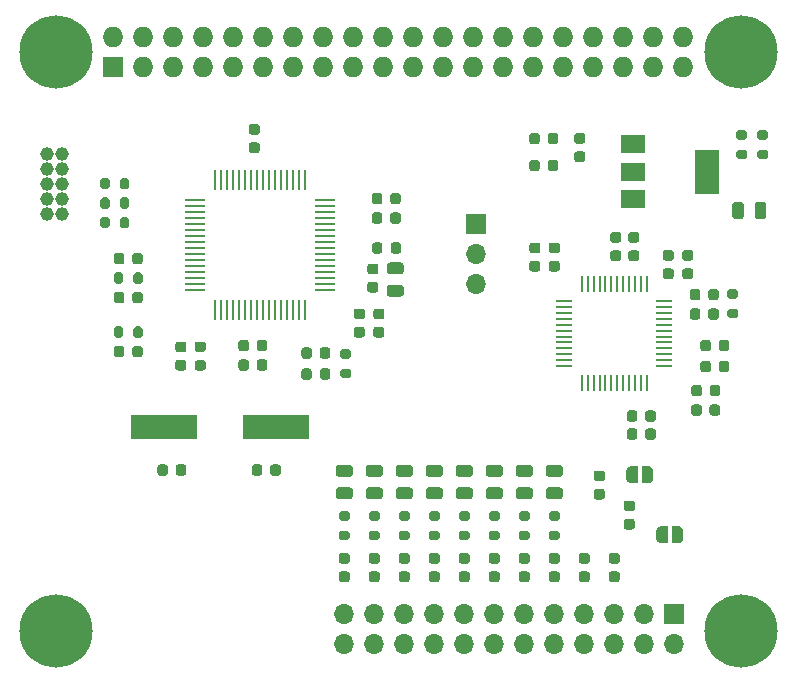
<source format=gts>
G04 #@! TF.GenerationSoftware,KiCad,Pcbnew,(5.1.10)-1*
G04 #@! TF.CreationDate,2021-12-12T11:33:08-08:00*
G04 #@! TF.ProjectId,TsunamiHat,5473756e-616d-4694-9861-742e6b696361,rev?*
G04 #@! TF.SameCoordinates,Original*
G04 #@! TF.FileFunction,Soldermask,Top*
G04 #@! TF.FilePolarity,Negative*
%FSLAX46Y46*%
G04 Gerber Fmt 4.6, Leading zero omitted, Abs format (unit mm)*
G04 Created by KiCad (PCBNEW (5.1.10)-1) date 2021-12-12 11:33:08*
%MOMM*%
%LPD*%
G01*
G04 APERTURE LIST*
%ADD10C,0.100000*%
%ADD11R,1.727200X1.727200*%
%ADD12O,1.727200X1.727200*%
%ADD13R,5.600000X2.100000*%
%ADD14O,1.700000X1.700000*%
%ADD15R,1.700000X1.700000*%
%ADD16C,1.168400*%
%ADD17R,2.000000X1.500000*%
%ADD18R,2.000000X3.800000*%
%ADD19R,1.461200X0.270000*%
%ADD20R,0.270000X1.461200*%
%ADD21R,0.279400X1.701800*%
%ADD22R,1.701800X0.279400*%
%ADD23C,6.200000*%
G04 APERTURE END LIST*
D10*
G36*
X126342000Y-102985000D02*
G01*
X125842000Y-102985000D01*
X125842000Y-102984398D01*
X125817466Y-102984398D01*
X125768635Y-102979588D01*
X125720510Y-102970016D01*
X125673555Y-102955772D01*
X125628222Y-102936995D01*
X125584949Y-102913864D01*
X125544150Y-102886604D01*
X125506221Y-102855476D01*
X125471524Y-102820779D01*
X125440396Y-102782850D01*
X125413136Y-102742051D01*
X125390005Y-102698778D01*
X125371228Y-102653445D01*
X125356984Y-102606490D01*
X125347412Y-102558365D01*
X125342602Y-102509534D01*
X125342602Y-102485000D01*
X125342000Y-102485000D01*
X125342000Y-101985000D01*
X125342602Y-101985000D01*
X125342602Y-101960466D01*
X125347412Y-101911635D01*
X125356984Y-101863510D01*
X125371228Y-101816555D01*
X125390005Y-101771222D01*
X125413136Y-101727949D01*
X125440396Y-101687150D01*
X125471524Y-101649221D01*
X125506221Y-101614524D01*
X125544150Y-101583396D01*
X125584949Y-101556136D01*
X125628222Y-101533005D01*
X125673555Y-101514228D01*
X125720510Y-101499984D01*
X125768635Y-101490412D01*
X125817466Y-101485602D01*
X125842000Y-101485602D01*
X125842000Y-101485000D01*
X126342000Y-101485000D01*
X126342000Y-102985000D01*
G37*
G36*
X127142000Y-101485602D02*
G01*
X127166534Y-101485602D01*
X127215365Y-101490412D01*
X127263490Y-101499984D01*
X127310445Y-101514228D01*
X127355778Y-101533005D01*
X127399051Y-101556136D01*
X127439850Y-101583396D01*
X127477779Y-101614524D01*
X127512476Y-101649221D01*
X127543604Y-101687150D01*
X127570864Y-101727949D01*
X127593995Y-101771222D01*
X127612772Y-101816555D01*
X127627016Y-101863510D01*
X127636588Y-101911635D01*
X127641398Y-101960466D01*
X127641398Y-101985000D01*
X127642000Y-101985000D01*
X127642000Y-102485000D01*
X127641398Y-102485000D01*
X127641398Y-102509534D01*
X127636588Y-102558365D01*
X127627016Y-102606490D01*
X127612772Y-102653445D01*
X127593995Y-102698778D01*
X127570864Y-102742051D01*
X127543604Y-102782850D01*
X127512476Y-102820779D01*
X127477779Y-102855476D01*
X127439850Y-102886604D01*
X127399051Y-102913864D01*
X127355778Y-102936995D01*
X127310445Y-102955772D01*
X127263490Y-102970016D01*
X127215365Y-102979588D01*
X127166534Y-102984398D01*
X127142000Y-102984398D01*
X127142000Y-102985000D01*
X126642000Y-102985000D01*
X126642000Y-101485000D01*
X127142000Y-101485000D01*
X127142000Y-101485602D01*
G37*
G36*
X128882000Y-108065000D02*
G01*
X128382000Y-108065000D01*
X128382000Y-108064398D01*
X128357466Y-108064398D01*
X128308635Y-108059588D01*
X128260510Y-108050016D01*
X128213555Y-108035772D01*
X128168222Y-108016995D01*
X128124949Y-107993864D01*
X128084150Y-107966604D01*
X128046221Y-107935476D01*
X128011524Y-107900779D01*
X127980396Y-107862850D01*
X127953136Y-107822051D01*
X127930005Y-107778778D01*
X127911228Y-107733445D01*
X127896984Y-107686490D01*
X127887412Y-107638365D01*
X127882602Y-107589534D01*
X127882602Y-107565000D01*
X127882000Y-107565000D01*
X127882000Y-107065000D01*
X127882602Y-107065000D01*
X127882602Y-107040466D01*
X127887412Y-106991635D01*
X127896984Y-106943510D01*
X127911228Y-106896555D01*
X127930005Y-106851222D01*
X127953136Y-106807949D01*
X127980396Y-106767150D01*
X128011524Y-106729221D01*
X128046221Y-106694524D01*
X128084150Y-106663396D01*
X128124949Y-106636136D01*
X128168222Y-106613005D01*
X128213555Y-106594228D01*
X128260510Y-106579984D01*
X128308635Y-106570412D01*
X128357466Y-106565602D01*
X128382000Y-106565602D01*
X128382000Y-106565000D01*
X128882000Y-106565000D01*
X128882000Y-108065000D01*
G37*
G36*
X129682000Y-106565602D02*
G01*
X129706534Y-106565602D01*
X129755365Y-106570412D01*
X129803490Y-106579984D01*
X129850445Y-106594228D01*
X129895778Y-106613005D01*
X129939051Y-106636136D01*
X129979850Y-106663396D01*
X130017779Y-106694524D01*
X130052476Y-106729221D01*
X130083604Y-106767150D01*
X130110864Y-106807949D01*
X130133995Y-106851222D01*
X130152772Y-106896555D01*
X130167016Y-106943510D01*
X130176588Y-106991635D01*
X130181398Y-107040466D01*
X130181398Y-107065000D01*
X130182000Y-107065000D01*
X130182000Y-107565000D01*
X130181398Y-107565000D01*
X130181398Y-107589534D01*
X130176588Y-107638365D01*
X130167016Y-107686490D01*
X130152772Y-107733445D01*
X130133995Y-107778778D01*
X130110864Y-107822051D01*
X130083604Y-107862850D01*
X130052476Y-107900779D01*
X130017779Y-107935476D01*
X129979850Y-107966604D01*
X129939051Y-107993864D01*
X129895778Y-108016995D01*
X129850445Y-108035772D01*
X129803490Y-108050016D01*
X129755365Y-108059588D01*
X129706534Y-108064398D01*
X129682000Y-108064398D01*
X129682000Y-108065000D01*
X129182000Y-108065000D01*
X129182000Y-106565000D01*
X129682000Y-106565000D01*
X129682000Y-106565602D01*
G37*
G36*
G01*
X123313000Y-102799000D02*
X122813000Y-102799000D01*
G75*
G02*
X122588000Y-102574000I0J225000D01*
G01*
X122588000Y-102124000D01*
G75*
G02*
X122813000Y-101899000I225000J0D01*
G01*
X123313000Y-101899000D01*
G75*
G02*
X123538000Y-102124000I0J-225000D01*
G01*
X123538000Y-102574000D01*
G75*
G02*
X123313000Y-102799000I-225000J0D01*
G01*
G37*
G36*
G01*
X123313000Y-104349000D02*
X122813000Y-104349000D01*
G75*
G02*
X122588000Y-104124000I0J225000D01*
G01*
X122588000Y-103674000D01*
G75*
G02*
X122813000Y-103449000I225000J0D01*
G01*
X123313000Y-103449000D01*
G75*
G02*
X123538000Y-103674000I0J-225000D01*
G01*
X123538000Y-104124000D01*
G75*
G02*
X123313000Y-104349000I-225000J0D01*
G01*
G37*
D11*
X81903000Y-67754000D03*
D12*
X81903000Y-65214000D03*
X84443000Y-67754000D03*
X84443000Y-65214000D03*
X86983000Y-67754000D03*
X86983000Y-65214000D03*
X89523000Y-67754000D03*
X89523000Y-65214000D03*
X92063000Y-67754000D03*
X92063000Y-65214000D03*
X94603000Y-67754000D03*
X94603000Y-65214000D03*
X97143000Y-67754000D03*
X97143000Y-65214000D03*
X99683000Y-67754000D03*
X99683000Y-65214000D03*
X102223000Y-67754000D03*
X102223000Y-65214000D03*
X104763000Y-67754000D03*
X104763000Y-65214000D03*
X107303000Y-67754000D03*
X107303000Y-65214000D03*
X109843000Y-67754000D03*
X109843000Y-65214000D03*
X112383000Y-67754000D03*
X112383000Y-65214000D03*
X114923000Y-67754000D03*
X114923000Y-65214000D03*
X117463000Y-67754000D03*
X117463000Y-65214000D03*
X120003000Y-67754000D03*
X120003000Y-65214000D03*
X122543000Y-67754000D03*
X122543000Y-65214000D03*
X125083000Y-67754000D03*
X125083000Y-65214000D03*
X127623000Y-67754000D03*
X127623000Y-65214000D03*
X130163000Y-67754000D03*
X130163000Y-65214000D03*
D13*
X86182000Y-98171000D03*
X95682000Y-98171000D03*
G36*
G01*
X89024750Y-92552000D02*
X89537250Y-92552000D01*
G75*
G02*
X89756000Y-92770750I0J-218750D01*
G01*
X89756000Y-93208250D01*
G75*
G02*
X89537250Y-93427000I-218750J0D01*
G01*
X89024750Y-93427000D01*
G75*
G02*
X88806000Y-93208250I0J218750D01*
G01*
X88806000Y-92770750D01*
G75*
G02*
X89024750Y-92552000I218750J0D01*
G01*
G37*
G36*
G01*
X89024750Y-90977000D02*
X89537250Y-90977000D01*
G75*
G02*
X89756000Y-91195750I0J-218750D01*
G01*
X89756000Y-91633250D01*
G75*
G02*
X89537250Y-91852000I-218750J0D01*
G01*
X89024750Y-91852000D01*
G75*
G02*
X88806000Y-91633250I0J218750D01*
G01*
X88806000Y-91195750D01*
G75*
G02*
X89024750Y-90977000I218750J0D01*
G01*
G37*
G36*
G01*
X87380000Y-92527000D02*
X87880000Y-92527000D01*
G75*
G02*
X88105000Y-92752000I0J-225000D01*
G01*
X88105000Y-93202000D01*
G75*
G02*
X87880000Y-93427000I-225000J0D01*
G01*
X87380000Y-93427000D01*
G75*
G02*
X87155000Y-93202000I0J225000D01*
G01*
X87155000Y-92752000D01*
G75*
G02*
X87380000Y-92527000I225000J0D01*
G01*
G37*
G36*
G01*
X87380000Y-90977000D02*
X87880000Y-90977000D01*
G75*
G02*
X88105000Y-91202000I0J-225000D01*
G01*
X88105000Y-91652000D01*
G75*
G02*
X87880000Y-91877000I-225000J0D01*
G01*
X87380000Y-91877000D01*
G75*
G02*
X87155000Y-91652000I0J225000D01*
G01*
X87155000Y-91202000D01*
G75*
G02*
X87380000Y-90977000I225000J0D01*
G01*
G37*
D14*
X112649000Y-86106000D03*
X112649000Y-83566000D03*
D15*
X112649000Y-81026000D03*
G36*
G01*
X101748000Y-106128000D02*
X101198000Y-106128000D01*
G75*
G02*
X100998000Y-105928000I0J200000D01*
G01*
X100998000Y-105528000D01*
G75*
G02*
X101198000Y-105328000I200000J0D01*
G01*
X101748000Y-105328000D01*
G75*
G02*
X101948000Y-105528000I0J-200000D01*
G01*
X101948000Y-105928000D01*
G75*
G02*
X101748000Y-106128000I-200000J0D01*
G01*
G37*
G36*
G01*
X101748000Y-107778000D02*
X101198000Y-107778000D01*
G75*
G02*
X100998000Y-107578000I0J200000D01*
G01*
X100998000Y-107178000D01*
G75*
G02*
X101198000Y-106978000I200000J0D01*
G01*
X101748000Y-106978000D01*
G75*
G02*
X101948000Y-107178000I0J-200000D01*
G01*
X101948000Y-107578000D01*
G75*
G02*
X101748000Y-107778000I-200000J0D01*
G01*
G37*
G36*
G01*
X106828000Y-106128000D02*
X106278000Y-106128000D01*
G75*
G02*
X106078000Y-105928000I0J200000D01*
G01*
X106078000Y-105528000D01*
G75*
G02*
X106278000Y-105328000I200000J0D01*
G01*
X106828000Y-105328000D01*
G75*
G02*
X107028000Y-105528000I0J-200000D01*
G01*
X107028000Y-105928000D01*
G75*
G02*
X106828000Y-106128000I-200000J0D01*
G01*
G37*
G36*
G01*
X106828000Y-107778000D02*
X106278000Y-107778000D01*
G75*
G02*
X106078000Y-107578000I0J200000D01*
G01*
X106078000Y-107178000D01*
G75*
G02*
X106278000Y-106978000I200000J0D01*
G01*
X106828000Y-106978000D01*
G75*
G02*
X107028000Y-107178000I0J-200000D01*
G01*
X107028000Y-107578000D01*
G75*
G02*
X106828000Y-107778000I-200000J0D01*
G01*
G37*
G36*
G01*
X119528000Y-106128000D02*
X118978000Y-106128000D01*
G75*
G02*
X118778000Y-105928000I0J200000D01*
G01*
X118778000Y-105528000D01*
G75*
G02*
X118978000Y-105328000I200000J0D01*
G01*
X119528000Y-105328000D01*
G75*
G02*
X119728000Y-105528000I0J-200000D01*
G01*
X119728000Y-105928000D01*
G75*
G02*
X119528000Y-106128000I-200000J0D01*
G01*
G37*
G36*
G01*
X119528000Y-107778000D02*
X118978000Y-107778000D01*
G75*
G02*
X118778000Y-107578000I0J200000D01*
G01*
X118778000Y-107178000D01*
G75*
G02*
X118978000Y-106978000I200000J0D01*
G01*
X119528000Y-106978000D01*
G75*
G02*
X119728000Y-107178000I0J-200000D01*
G01*
X119728000Y-107578000D01*
G75*
G02*
X119528000Y-107778000I-200000J0D01*
G01*
G37*
G36*
G01*
X114448000Y-106128000D02*
X113898000Y-106128000D01*
G75*
G02*
X113698000Y-105928000I0J200000D01*
G01*
X113698000Y-105528000D01*
G75*
G02*
X113898000Y-105328000I200000J0D01*
G01*
X114448000Y-105328000D01*
G75*
G02*
X114648000Y-105528000I0J-200000D01*
G01*
X114648000Y-105928000D01*
G75*
G02*
X114448000Y-106128000I-200000J0D01*
G01*
G37*
G36*
G01*
X114448000Y-107778000D02*
X113898000Y-107778000D01*
G75*
G02*
X113698000Y-107578000I0J200000D01*
G01*
X113698000Y-107178000D01*
G75*
G02*
X113898000Y-106978000I200000J0D01*
G01*
X114448000Y-106978000D01*
G75*
G02*
X114648000Y-107178000I0J-200000D01*
G01*
X114648000Y-107578000D01*
G75*
G02*
X114448000Y-107778000I-200000J0D01*
G01*
G37*
G36*
G01*
X104288000Y-106128000D02*
X103738000Y-106128000D01*
G75*
G02*
X103538000Y-105928000I0J200000D01*
G01*
X103538000Y-105528000D01*
G75*
G02*
X103738000Y-105328000I200000J0D01*
G01*
X104288000Y-105328000D01*
G75*
G02*
X104488000Y-105528000I0J-200000D01*
G01*
X104488000Y-105928000D01*
G75*
G02*
X104288000Y-106128000I-200000J0D01*
G01*
G37*
G36*
G01*
X104288000Y-107778000D02*
X103738000Y-107778000D01*
G75*
G02*
X103538000Y-107578000I0J200000D01*
G01*
X103538000Y-107178000D01*
G75*
G02*
X103738000Y-106978000I200000J0D01*
G01*
X104288000Y-106978000D01*
G75*
G02*
X104488000Y-107178000I0J-200000D01*
G01*
X104488000Y-107578000D01*
G75*
G02*
X104288000Y-107778000I-200000J0D01*
G01*
G37*
G36*
G01*
X109368000Y-106128000D02*
X108818000Y-106128000D01*
G75*
G02*
X108618000Y-105928000I0J200000D01*
G01*
X108618000Y-105528000D01*
G75*
G02*
X108818000Y-105328000I200000J0D01*
G01*
X109368000Y-105328000D01*
G75*
G02*
X109568000Y-105528000I0J-200000D01*
G01*
X109568000Y-105928000D01*
G75*
G02*
X109368000Y-106128000I-200000J0D01*
G01*
G37*
G36*
G01*
X109368000Y-107778000D02*
X108818000Y-107778000D01*
G75*
G02*
X108618000Y-107578000I0J200000D01*
G01*
X108618000Y-107178000D01*
G75*
G02*
X108818000Y-106978000I200000J0D01*
G01*
X109368000Y-106978000D01*
G75*
G02*
X109568000Y-107178000I0J-200000D01*
G01*
X109568000Y-107578000D01*
G75*
G02*
X109368000Y-107778000I-200000J0D01*
G01*
G37*
G36*
G01*
X116988000Y-106128000D02*
X116438000Y-106128000D01*
G75*
G02*
X116238000Y-105928000I0J200000D01*
G01*
X116238000Y-105528000D01*
G75*
G02*
X116438000Y-105328000I200000J0D01*
G01*
X116988000Y-105328000D01*
G75*
G02*
X117188000Y-105528000I0J-200000D01*
G01*
X117188000Y-105928000D01*
G75*
G02*
X116988000Y-106128000I-200000J0D01*
G01*
G37*
G36*
G01*
X116988000Y-107778000D02*
X116438000Y-107778000D01*
G75*
G02*
X116238000Y-107578000I0J200000D01*
G01*
X116238000Y-107178000D01*
G75*
G02*
X116438000Y-106978000I200000J0D01*
G01*
X116988000Y-106978000D01*
G75*
G02*
X117188000Y-107178000I0J-200000D01*
G01*
X117188000Y-107578000D01*
G75*
G02*
X116988000Y-107778000I-200000J0D01*
G01*
G37*
G36*
G01*
X111908000Y-106128000D02*
X111358000Y-106128000D01*
G75*
G02*
X111158000Y-105928000I0J200000D01*
G01*
X111158000Y-105528000D01*
G75*
G02*
X111358000Y-105328000I200000J0D01*
G01*
X111908000Y-105328000D01*
G75*
G02*
X112108000Y-105528000I0J-200000D01*
G01*
X112108000Y-105928000D01*
G75*
G02*
X111908000Y-106128000I-200000J0D01*
G01*
G37*
G36*
G01*
X111908000Y-107778000D02*
X111358000Y-107778000D01*
G75*
G02*
X111158000Y-107578000I0J200000D01*
G01*
X111158000Y-107178000D01*
G75*
G02*
X111358000Y-106978000I200000J0D01*
G01*
X111908000Y-106978000D01*
G75*
G02*
X112108000Y-107178000I0J-200000D01*
G01*
X112108000Y-107578000D01*
G75*
G02*
X111908000Y-107778000I-200000J0D01*
G01*
G37*
G36*
G01*
X134091000Y-88182000D02*
X134641000Y-88182000D01*
G75*
G02*
X134841000Y-88382000I0J-200000D01*
G01*
X134841000Y-88782000D01*
G75*
G02*
X134641000Y-88982000I-200000J0D01*
G01*
X134091000Y-88982000D01*
G75*
G02*
X133891000Y-88782000I0J200000D01*
G01*
X133891000Y-88382000D01*
G75*
G02*
X134091000Y-88182000I200000J0D01*
G01*
G37*
G36*
G01*
X134091000Y-86532000D02*
X134641000Y-86532000D01*
G75*
G02*
X134841000Y-86732000I0J-200000D01*
G01*
X134841000Y-87132000D01*
G75*
G02*
X134641000Y-87332000I-200000J0D01*
G01*
X134091000Y-87332000D01*
G75*
G02*
X133891000Y-87132000I0J200000D01*
G01*
X133891000Y-86732000D01*
G75*
G02*
X134091000Y-86532000I200000J0D01*
G01*
G37*
D14*
X101473000Y-116586000D03*
X101473000Y-114046000D03*
X104013000Y-116586000D03*
X104013000Y-114046000D03*
X106553000Y-116586000D03*
X106553000Y-114046000D03*
X109093000Y-116586000D03*
X109093000Y-114046000D03*
X111633000Y-116586000D03*
X111633000Y-114046000D03*
X114173000Y-116586000D03*
X114173000Y-114046000D03*
X116713000Y-116586000D03*
X116713000Y-114046000D03*
X119253000Y-116586000D03*
X119253000Y-114046000D03*
X121793000Y-116586000D03*
X121793000Y-114046000D03*
X124333000Y-116586000D03*
X124333000Y-114046000D03*
X126873000Y-116586000D03*
X126873000Y-114046000D03*
X129413000Y-116586000D03*
D15*
X129413000Y-114046000D03*
G36*
G01*
X118014000Y-75816750D02*
X118014000Y-76329250D01*
G75*
G02*
X117795250Y-76548000I-218750J0D01*
G01*
X117357750Y-76548000D01*
G75*
G02*
X117139000Y-76329250I0J218750D01*
G01*
X117139000Y-75816750D01*
G75*
G02*
X117357750Y-75598000I218750J0D01*
G01*
X117795250Y-75598000D01*
G75*
G02*
X118014000Y-75816750I0J-218750D01*
G01*
G37*
G36*
G01*
X119589000Y-75816750D02*
X119589000Y-76329250D01*
G75*
G02*
X119370250Y-76548000I-218750J0D01*
G01*
X118932750Y-76548000D01*
G75*
G02*
X118714000Y-76329250I0J218750D01*
G01*
X118714000Y-75816750D01*
G75*
G02*
X118932750Y-75598000I218750J0D01*
G01*
X119370250Y-75598000D01*
G75*
G02*
X119589000Y-75816750I0J-218750D01*
G01*
G37*
G36*
G01*
X125853000Y-105339000D02*
X125353000Y-105339000D01*
G75*
G02*
X125128000Y-105114000I0J225000D01*
G01*
X125128000Y-104664000D01*
G75*
G02*
X125353000Y-104439000I225000J0D01*
G01*
X125853000Y-104439000D01*
G75*
G02*
X126078000Y-104664000I0J-225000D01*
G01*
X126078000Y-105114000D01*
G75*
G02*
X125853000Y-105339000I-225000J0D01*
G01*
G37*
G36*
G01*
X125853000Y-106889000D02*
X125353000Y-106889000D01*
G75*
G02*
X125128000Y-106664000I0J225000D01*
G01*
X125128000Y-106214000D01*
G75*
G02*
X125353000Y-105989000I225000J0D01*
G01*
X125853000Y-105989000D01*
G75*
G02*
X126078000Y-106214000I0J-225000D01*
G01*
X126078000Y-106664000D01*
G75*
G02*
X125853000Y-106889000I-225000J0D01*
G01*
G37*
G36*
G01*
X122043000Y-109784000D02*
X121543000Y-109784000D01*
G75*
G02*
X121318000Y-109559000I0J225000D01*
G01*
X121318000Y-109109000D01*
G75*
G02*
X121543000Y-108884000I225000J0D01*
G01*
X122043000Y-108884000D01*
G75*
G02*
X122268000Y-109109000I0J-225000D01*
G01*
X122268000Y-109559000D01*
G75*
G02*
X122043000Y-109784000I-225000J0D01*
G01*
G37*
G36*
G01*
X122043000Y-111334000D02*
X121543000Y-111334000D01*
G75*
G02*
X121318000Y-111109000I0J225000D01*
G01*
X121318000Y-110659000D01*
G75*
G02*
X121543000Y-110434000I225000J0D01*
G01*
X122043000Y-110434000D01*
G75*
G02*
X122268000Y-110659000I0J-225000D01*
G01*
X122268000Y-111109000D01*
G75*
G02*
X122043000Y-111334000I-225000J0D01*
G01*
G37*
G36*
G01*
X124583000Y-109784000D02*
X124083000Y-109784000D01*
G75*
G02*
X123858000Y-109559000I0J225000D01*
G01*
X123858000Y-109109000D01*
G75*
G02*
X124083000Y-108884000I225000J0D01*
G01*
X124583000Y-108884000D01*
G75*
G02*
X124808000Y-109109000I0J-225000D01*
G01*
X124808000Y-109559000D01*
G75*
G02*
X124583000Y-109784000I-225000J0D01*
G01*
G37*
G36*
G01*
X124583000Y-111334000D02*
X124083000Y-111334000D01*
G75*
G02*
X123858000Y-111109000I0J225000D01*
G01*
X123858000Y-110659000D01*
G75*
G02*
X124083000Y-110434000I225000J0D01*
G01*
X124583000Y-110434000D01*
G75*
G02*
X124808000Y-110659000I0J-225000D01*
G01*
X124808000Y-111109000D01*
G75*
G02*
X124583000Y-111334000I-225000J0D01*
G01*
G37*
G36*
G01*
X101723000Y-109784000D02*
X101223000Y-109784000D01*
G75*
G02*
X100998000Y-109559000I0J225000D01*
G01*
X100998000Y-109109000D01*
G75*
G02*
X101223000Y-108884000I225000J0D01*
G01*
X101723000Y-108884000D01*
G75*
G02*
X101948000Y-109109000I0J-225000D01*
G01*
X101948000Y-109559000D01*
G75*
G02*
X101723000Y-109784000I-225000J0D01*
G01*
G37*
G36*
G01*
X101723000Y-111334000D02*
X101223000Y-111334000D01*
G75*
G02*
X100998000Y-111109000I0J225000D01*
G01*
X100998000Y-110659000D01*
G75*
G02*
X101223000Y-110434000I225000J0D01*
G01*
X101723000Y-110434000D01*
G75*
G02*
X101948000Y-110659000I0J-225000D01*
G01*
X101948000Y-111109000D01*
G75*
G02*
X101723000Y-111334000I-225000J0D01*
G01*
G37*
G36*
G01*
X104263000Y-109784000D02*
X103763000Y-109784000D01*
G75*
G02*
X103538000Y-109559000I0J225000D01*
G01*
X103538000Y-109109000D01*
G75*
G02*
X103763000Y-108884000I225000J0D01*
G01*
X104263000Y-108884000D01*
G75*
G02*
X104488000Y-109109000I0J-225000D01*
G01*
X104488000Y-109559000D01*
G75*
G02*
X104263000Y-109784000I-225000J0D01*
G01*
G37*
G36*
G01*
X104263000Y-111334000D02*
X103763000Y-111334000D01*
G75*
G02*
X103538000Y-111109000I0J225000D01*
G01*
X103538000Y-110659000D01*
G75*
G02*
X103763000Y-110434000I225000J0D01*
G01*
X104263000Y-110434000D01*
G75*
G02*
X104488000Y-110659000I0J-225000D01*
G01*
X104488000Y-111109000D01*
G75*
G02*
X104263000Y-111334000I-225000J0D01*
G01*
G37*
G36*
G01*
X106803000Y-109784000D02*
X106303000Y-109784000D01*
G75*
G02*
X106078000Y-109559000I0J225000D01*
G01*
X106078000Y-109109000D01*
G75*
G02*
X106303000Y-108884000I225000J0D01*
G01*
X106803000Y-108884000D01*
G75*
G02*
X107028000Y-109109000I0J-225000D01*
G01*
X107028000Y-109559000D01*
G75*
G02*
X106803000Y-109784000I-225000J0D01*
G01*
G37*
G36*
G01*
X106803000Y-111334000D02*
X106303000Y-111334000D01*
G75*
G02*
X106078000Y-111109000I0J225000D01*
G01*
X106078000Y-110659000D01*
G75*
G02*
X106303000Y-110434000I225000J0D01*
G01*
X106803000Y-110434000D01*
G75*
G02*
X107028000Y-110659000I0J-225000D01*
G01*
X107028000Y-111109000D01*
G75*
G02*
X106803000Y-111334000I-225000J0D01*
G01*
G37*
G36*
G01*
X109343000Y-109784000D02*
X108843000Y-109784000D01*
G75*
G02*
X108618000Y-109559000I0J225000D01*
G01*
X108618000Y-109109000D01*
G75*
G02*
X108843000Y-108884000I225000J0D01*
G01*
X109343000Y-108884000D01*
G75*
G02*
X109568000Y-109109000I0J-225000D01*
G01*
X109568000Y-109559000D01*
G75*
G02*
X109343000Y-109784000I-225000J0D01*
G01*
G37*
G36*
G01*
X109343000Y-111334000D02*
X108843000Y-111334000D01*
G75*
G02*
X108618000Y-111109000I0J225000D01*
G01*
X108618000Y-110659000D01*
G75*
G02*
X108843000Y-110434000I225000J0D01*
G01*
X109343000Y-110434000D01*
G75*
G02*
X109568000Y-110659000I0J-225000D01*
G01*
X109568000Y-111109000D01*
G75*
G02*
X109343000Y-111334000I-225000J0D01*
G01*
G37*
G36*
G01*
X124710000Y-82606000D02*
X124210000Y-82606000D01*
G75*
G02*
X123985000Y-82381000I0J225000D01*
G01*
X123985000Y-81931000D01*
G75*
G02*
X124210000Y-81706000I225000J0D01*
G01*
X124710000Y-81706000D01*
G75*
G02*
X124935000Y-81931000I0J-225000D01*
G01*
X124935000Y-82381000D01*
G75*
G02*
X124710000Y-82606000I-225000J0D01*
G01*
G37*
G36*
G01*
X124710000Y-84156000D02*
X124210000Y-84156000D01*
G75*
G02*
X123985000Y-83931000I0J225000D01*
G01*
X123985000Y-83481000D01*
G75*
G02*
X124210000Y-83256000I225000J0D01*
G01*
X124710000Y-83256000D01*
G75*
G02*
X124935000Y-83481000I0J-225000D01*
G01*
X124935000Y-83931000D01*
G75*
G02*
X124710000Y-84156000I-225000J0D01*
G01*
G37*
G36*
G01*
X129155000Y-84130000D02*
X128655000Y-84130000D01*
G75*
G02*
X128430000Y-83905000I0J225000D01*
G01*
X128430000Y-83455000D01*
G75*
G02*
X128655000Y-83230000I225000J0D01*
G01*
X129155000Y-83230000D01*
G75*
G02*
X129380000Y-83455000I0J-225000D01*
G01*
X129380000Y-83905000D01*
G75*
G02*
X129155000Y-84130000I-225000J0D01*
G01*
G37*
G36*
G01*
X129155000Y-85680000D02*
X128655000Y-85680000D01*
G75*
G02*
X128430000Y-85455000I0J225000D01*
G01*
X128430000Y-85005000D01*
G75*
G02*
X128655000Y-84780000I225000J0D01*
G01*
X129155000Y-84780000D01*
G75*
G02*
X129380000Y-85005000I0J-225000D01*
G01*
X129380000Y-85455000D01*
G75*
G02*
X129155000Y-85680000I-225000J0D01*
G01*
G37*
G36*
G01*
X119503000Y-109784000D02*
X119003000Y-109784000D01*
G75*
G02*
X118778000Y-109559000I0J225000D01*
G01*
X118778000Y-109109000D01*
G75*
G02*
X119003000Y-108884000I225000J0D01*
G01*
X119503000Y-108884000D01*
G75*
G02*
X119728000Y-109109000I0J-225000D01*
G01*
X119728000Y-109559000D01*
G75*
G02*
X119503000Y-109784000I-225000J0D01*
G01*
G37*
G36*
G01*
X119503000Y-111334000D02*
X119003000Y-111334000D01*
G75*
G02*
X118778000Y-111109000I0J225000D01*
G01*
X118778000Y-110659000D01*
G75*
G02*
X119003000Y-110434000I225000J0D01*
G01*
X119503000Y-110434000D01*
G75*
G02*
X119728000Y-110659000I0J-225000D01*
G01*
X119728000Y-111109000D01*
G75*
G02*
X119503000Y-111334000I-225000J0D01*
G01*
G37*
G36*
G01*
X116963000Y-109784000D02*
X116463000Y-109784000D01*
G75*
G02*
X116238000Y-109559000I0J225000D01*
G01*
X116238000Y-109109000D01*
G75*
G02*
X116463000Y-108884000I225000J0D01*
G01*
X116963000Y-108884000D01*
G75*
G02*
X117188000Y-109109000I0J-225000D01*
G01*
X117188000Y-109559000D01*
G75*
G02*
X116963000Y-109784000I-225000J0D01*
G01*
G37*
G36*
G01*
X116963000Y-111334000D02*
X116463000Y-111334000D01*
G75*
G02*
X116238000Y-111109000I0J225000D01*
G01*
X116238000Y-110659000D01*
G75*
G02*
X116463000Y-110434000I225000J0D01*
G01*
X116963000Y-110434000D01*
G75*
G02*
X117188000Y-110659000I0J-225000D01*
G01*
X117188000Y-111109000D01*
G75*
G02*
X116963000Y-111334000I-225000J0D01*
G01*
G37*
G36*
G01*
X126234000Y-82606000D02*
X125734000Y-82606000D01*
G75*
G02*
X125509000Y-82381000I0J225000D01*
G01*
X125509000Y-81931000D01*
G75*
G02*
X125734000Y-81706000I225000J0D01*
G01*
X126234000Y-81706000D01*
G75*
G02*
X126459000Y-81931000I0J-225000D01*
G01*
X126459000Y-82381000D01*
G75*
G02*
X126234000Y-82606000I-225000J0D01*
G01*
G37*
G36*
G01*
X126234000Y-84156000D02*
X125734000Y-84156000D01*
G75*
G02*
X125509000Y-83931000I0J225000D01*
G01*
X125509000Y-83481000D01*
G75*
G02*
X125734000Y-83256000I225000J0D01*
G01*
X126234000Y-83256000D01*
G75*
G02*
X126459000Y-83481000I0J-225000D01*
G01*
X126459000Y-83931000D01*
G75*
G02*
X126234000Y-84156000I-225000J0D01*
G01*
G37*
G36*
G01*
X130806000Y-84130000D02*
X130306000Y-84130000D01*
G75*
G02*
X130081000Y-83905000I0J225000D01*
G01*
X130081000Y-83455000D01*
G75*
G02*
X130306000Y-83230000I225000J0D01*
G01*
X130806000Y-83230000D01*
G75*
G02*
X131031000Y-83455000I0J-225000D01*
G01*
X131031000Y-83905000D01*
G75*
G02*
X130806000Y-84130000I-225000J0D01*
G01*
G37*
G36*
G01*
X130806000Y-85680000D02*
X130306000Y-85680000D01*
G75*
G02*
X130081000Y-85455000I0J225000D01*
G01*
X130081000Y-85005000D01*
G75*
G02*
X130306000Y-84780000I225000J0D01*
G01*
X130806000Y-84780000D01*
G75*
G02*
X131031000Y-85005000I0J-225000D01*
G01*
X131031000Y-85455000D01*
G75*
G02*
X130806000Y-85680000I-225000J0D01*
G01*
G37*
G36*
G01*
X114423000Y-109784000D02*
X113923000Y-109784000D01*
G75*
G02*
X113698000Y-109559000I0J225000D01*
G01*
X113698000Y-109109000D01*
G75*
G02*
X113923000Y-108884000I225000J0D01*
G01*
X114423000Y-108884000D01*
G75*
G02*
X114648000Y-109109000I0J-225000D01*
G01*
X114648000Y-109559000D01*
G75*
G02*
X114423000Y-109784000I-225000J0D01*
G01*
G37*
G36*
G01*
X114423000Y-111334000D02*
X113923000Y-111334000D01*
G75*
G02*
X113698000Y-111109000I0J225000D01*
G01*
X113698000Y-110659000D01*
G75*
G02*
X113923000Y-110434000I225000J0D01*
G01*
X114423000Y-110434000D01*
G75*
G02*
X114648000Y-110659000I0J-225000D01*
G01*
X114648000Y-111109000D01*
G75*
G02*
X114423000Y-111334000I-225000J0D01*
G01*
G37*
G36*
G01*
X133167000Y-91563000D02*
X133167000Y-91063000D01*
G75*
G02*
X133392000Y-90838000I225000J0D01*
G01*
X133842000Y-90838000D01*
G75*
G02*
X134067000Y-91063000I0J-225000D01*
G01*
X134067000Y-91563000D01*
G75*
G02*
X133842000Y-91788000I-225000J0D01*
G01*
X133392000Y-91788000D01*
G75*
G02*
X133167000Y-91563000I0J225000D01*
G01*
G37*
G36*
G01*
X131617000Y-91563000D02*
X131617000Y-91063000D01*
G75*
G02*
X131842000Y-90838000I225000J0D01*
G01*
X132292000Y-90838000D01*
G75*
G02*
X132517000Y-91063000I0J-225000D01*
G01*
X132517000Y-91563000D01*
G75*
G02*
X132292000Y-91788000I-225000J0D01*
G01*
X131842000Y-91788000D01*
G75*
G02*
X131617000Y-91563000I0J225000D01*
G01*
G37*
G36*
G01*
X111883000Y-109784000D02*
X111383000Y-109784000D01*
G75*
G02*
X111158000Y-109559000I0J225000D01*
G01*
X111158000Y-109109000D01*
G75*
G02*
X111383000Y-108884000I225000J0D01*
G01*
X111883000Y-108884000D01*
G75*
G02*
X112108000Y-109109000I0J-225000D01*
G01*
X112108000Y-109559000D01*
G75*
G02*
X111883000Y-109784000I-225000J0D01*
G01*
G37*
G36*
G01*
X111883000Y-111334000D02*
X111383000Y-111334000D01*
G75*
G02*
X111158000Y-111109000I0J225000D01*
G01*
X111158000Y-110659000D01*
G75*
G02*
X111383000Y-110434000I225000J0D01*
G01*
X111883000Y-110434000D01*
G75*
G02*
X112108000Y-110659000I0J-225000D01*
G01*
X112108000Y-111109000D01*
G75*
G02*
X111883000Y-111334000I-225000J0D01*
G01*
G37*
G36*
G01*
X133167000Y-93341000D02*
X133167000Y-92841000D01*
G75*
G02*
X133392000Y-92616000I225000J0D01*
G01*
X133842000Y-92616000D01*
G75*
G02*
X134067000Y-92841000I0J-225000D01*
G01*
X134067000Y-93341000D01*
G75*
G02*
X133842000Y-93566000I-225000J0D01*
G01*
X133392000Y-93566000D01*
G75*
G02*
X133167000Y-93341000I0J225000D01*
G01*
G37*
G36*
G01*
X131617000Y-93341000D02*
X131617000Y-92841000D01*
G75*
G02*
X131842000Y-92616000I225000J0D01*
G01*
X132292000Y-92616000D01*
G75*
G02*
X132517000Y-92841000I0J-225000D01*
G01*
X132517000Y-93341000D01*
G75*
G02*
X132292000Y-93566000I-225000J0D01*
G01*
X131842000Y-93566000D01*
G75*
G02*
X131617000Y-93341000I0J225000D01*
G01*
G37*
G36*
G01*
X101948000Y-102420000D02*
X100998000Y-102420000D01*
G75*
G02*
X100748000Y-102170000I0J250000D01*
G01*
X100748000Y-101670000D01*
G75*
G02*
X100998000Y-101420000I250000J0D01*
G01*
X101948000Y-101420000D01*
G75*
G02*
X102198000Y-101670000I0J-250000D01*
G01*
X102198000Y-102170000D01*
G75*
G02*
X101948000Y-102420000I-250000J0D01*
G01*
G37*
G36*
G01*
X101948000Y-104320000D02*
X100998000Y-104320000D01*
G75*
G02*
X100748000Y-104070000I0J250000D01*
G01*
X100748000Y-103570000D01*
G75*
G02*
X100998000Y-103320000I250000J0D01*
G01*
X101948000Y-103320000D01*
G75*
G02*
X102198000Y-103570000I0J-250000D01*
G01*
X102198000Y-104070000D01*
G75*
G02*
X101948000Y-104320000I-250000J0D01*
G01*
G37*
G36*
G01*
X107028000Y-102420000D02*
X106078000Y-102420000D01*
G75*
G02*
X105828000Y-102170000I0J250000D01*
G01*
X105828000Y-101670000D01*
G75*
G02*
X106078000Y-101420000I250000J0D01*
G01*
X107028000Y-101420000D01*
G75*
G02*
X107278000Y-101670000I0J-250000D01*
G01*
X107278000Y-102170000D01*
G75*
G02*
X107028000Y-102420000I-250000J0D01*
G01*
G37*
G36*
G01*
X107028000Y-104320000D02*
X106078000Y-104320000D01*
G75*
G02*
X105828000Y-104070000I0J250000D01*
G01*
X105828000Y-103570000D01*
G75*
G02*
X106078000Y-103320000I250000J0D01*
G01*
X107028000Y-103320000D01*
G75*
G02*
X107278000Y-103570000I0J-250000D01*
G01*
X107278000Y-104070000D01*
G75*
G02*
X107028000Y-104320000I-250000J0D01*
G01*
G37*
G36*
G01*
X119728000Y-102420000D02*
X118778000Y-102420000D01*
G75*
G02*
X118528000Y-102170000I0J250000D01*
G01*
X118528000Y-101670000D01*
G75*
G02*
X118778000Y-101420000I250000J0D01*
G01*
X119728000Y-101420000D01*
G75*
G02*
X119978000Y-101670000I0J-250000D01*
G01*
X119978000Y-102170000D01*
G75*
G02*
X119728000Y-102420000I-250000J0D01*
G01*
G37*
G36*
G01*
X119728000Y-104320000D02*
X118778000Y-104320000D01*
G75*
G02*
X118528000Y-104070000I0J250000D01*
G01*
X118528000Y-103570000D01*
G75*
G02*
X118778000Y-103320000I250000J0D01*
G01*
X119728000Y-103320000D01*
G75*
G02*
X119978000Y-103570000I0J-250000D01*
G01*
X119978000Y-104070000D01*
G75*
G02*
X119728000Y-104320000I-250000J0D01*
G01*
G37*
G36*
G01*
X114648000Y-102420000D02*
X113698000Y-102420000D01*
G75*
G02*
X113448000Y-102170000I0J250000D01*
G01*
X113448000Y-101670000D01*
G75*
G02*
X113698000Y-101420000I250000J0D01*
G01*
X114648000Y-101420000D01*
G75*
G02*
X114898000Y-101670000I0J-250000D01*
G01*
X114898000Y-102170000D01*
G75*
G02*
X114648000Y-102420000I-250000J0D01*
G01*
G37*
G36*
G01*
X114648000Y-104320000D02*
X113698000Y-104320000D01*
G75*
G02*
X113448000Y-104070000I0J250000D01*
G01*
X113448000Y-103570000D01*
G75*
G02*
X113698000Y-103320000I250000J0D01*
G01*
X114648000Y-103320000D01*
G75*
G02*
X114898000Y-103570000I0J-250000D01*
G01*
X114898000Y-104070000D01*
G75*
G02*
X114648000Y-104320000I-250000J0D01*
G01*
G37*
G36*
G01*
X126944000Y-99056000D02*
X126944000Y-98556000D01*
G75*
G02*
X127169000Y-98331000I225000J0D01*
G01*
X127619000Y-98331000D01*
G75*
G02*
X127844000Y-98556000I0J-225000D01*
G01*
X127844000Y-99056000D01*
G75*
G02*
X127619000Y-99281000I-225000J0D01*
G01*
X127169000Y-99281000D01*
G75*
G02*
X126944000Y-99056000I0J225000D01*
G01*
G37*
G36*
G01*
X125394000Y-99056000D02*
X125394000Y-98556000D01*
G75*
G02*
X125619000Y-98331000I225000J0D01*
G01*
X126069000Y-98331000D01*
G75*
G02*
X126294000Y-98556000I0J-225000D01*
G01*
X126294000Y-99056000D01*
G75*
G02*
X126069000Y-99281000I-225000J0D01*
G01*
X125619000Y-99281000D01*
G75*
G02*
X125394000Y-99056000I0J225000D01*
G01*
G37*
G36*
G01*
X104488000Y-102420000D02*
X103538000Y-102420000D01*
G75*
G02*
X103288000Y-102170000I0J250000D01*
G01*
X103288000Y-101670000D01*
G75*
G02*
X103538000Y-101420000I250000J0D01*
G01*
X104488000Y-101420000D01*
G75*
G02*
X104738000Y-101670000I0J-250000D01*
G01*
X104738000Y-102170000D01*
G75*
G02*
X104488000Y-102420000I-250000J0D01*
G01*
G37*
G36*
G01*
X104488000Y-104320000D02*
X103538000Y-104320000D01*
G75*
G02*
X103288000Y-104070000I0J250000D01*
G01*
X103288000Y-103570000D01*
G75*
G02*
X103538000Y-103320000I250000J0D01*
G01*
X104488000Y-103320000D01*
G75*
G02*
X104738000Y-103570000I0J-250000D01*
G01*
X104738000Y-104070000D01*
G75*
G02*
X104488000Y-104320000I-250000J0D01*
G01*
G37*
G36*
G01*
X109568000Y-102420000D02*
X108618000Y-102420000D01*
G75*
G02*
X108368000Y-102170000I0J250000D01*
G01*
X108368000Y-101670000D01*
G75*
G02*
X108618000Y-101420000I250000J0D01*
G01*
X109568000Y-101420000D01*
G75*
G02*
X109818000Y-101670000I0J-250000D01*
G01*
X109818000Y-102170000D01*
G75*
G02*
X109568000Y-102420000I-250000J0D01*
G01*
G37*
G36*
G01*
X109568000Y-104320000D02*
X108618000Y-104320000D01*
G75*
G02*
X108368000Y-104070000I0J250000D01*
G01*
X108368000Y-103570000D01*
G75*
G02*
X108618000Y-103320000I250000J0D01*
G01*
X109568000Y-103320000D01*
G75*
G02*
X109818000Y-103570000I0J-250000D01*
G01*
X109818000Y-104070000D01*
G75*
G02*
X109568000Y-104320000I-250000J0D01*
G01*
G37*
G36*
G01*
X117188000Y-102420000D02*
X116238000Y-102420000D01*
G75*
G02*
X115988000Y-102170000I0J250000D01*
G01*
X115988000Y-101670000D01*
G75*
G02*
X116238000Y-101420000I250000J0D01*
G01*
X117188000Y-101420000D01*
G75*
G02*
X117438000Y-101670000I0J-250000D01*
G01*
X117438000Y-102170000D01*
G75*
G02*
X117188000Y-102420000I-250000J0D01*
G01*
G37*
G36*
G01*
X117188000Y-104320000D02*
X116238000Y-104320000D01*
G75*
G02*
X115988000Y-104070000I0J250000D01*
G01*
X115988000Y-103570000D01*
G75*
G02*
X116238000Y-103320000I250000J0D01*
G01*
X117188000Y-103320000D01*
G75*
G02*
X117438000Y-103570000I0J-250000D01*
G01*
X117438000Y-104070000D01*
G75*
G02*
X117188000Y-104320000I-250000J0D01*
G01*
G37*
G36*
G01*
X112108000Y-102420000D02*
X111158000Y-102420000D01*
G75*
G02*
X110908000Y-102170000I0J250000D01*
G01*
X110908000Y-101670000D01*
G75*
G02*
X111158000Y-101420000I250000J0D01*
G01*
X112108000Y-101420000D01*
G75*
G02*
X112358000Y-101670000I0J-250000D01*
G01*
X112358000Y-102170000D01*
G75*
G02*
X112108000Y-102420000I-250000J0D01*
G01*
G37*
G36*
G01*
X112108000Y-104320000D02*
X111158000Y-104320000D01*
G75*
G02*
X110908000Y-104070000I0J250000D01*
G01*
X110908000Y-103570000D01*
G75*
G02*
X111158000Y-103320000I250000J0D01*
G01*
X112108000Y-103320000D01*
G75*
G02*
X112358000Y-103570000I0J-250000D01*
G01*
X112358000Y-104070000D01*
G75*
G02*
X112108000Y-104320000I-250000J0D01*
G01*
G37*
G36*
G01*
X126944000Y-97532000D02*
X126944000Y-97032000D01*
G75*
G02*
X127169000Y-96807000I225000J0D01*
G01*
X127619000Y-96807000D01*
G75*
G02*
X127844000Y-97032000I0J-225000D01*
G01*
X127844000Y-97532000D01*
G75*
G02*
X127619000Y-97757000I-225000J0D01*
G01*
X127169000Y-97757000D01*
G75*
G02*
X126944000Y-97532000I0J225000D01*
G01*
G37*
G36*
G01*
X125394000Y-97532000D02*
X125394000Y-97032000D01*
G75*
G02*
X125619000Y-96807000I225000J0D01*
G01*
X126069000Y-96807000D01*
G75*
G02*
X126294000Y-97032000I0J-225000D01*
G01*
X126294000Y-97532000D01*
G75*
G02*
X126069000Y-97757000I-225000J0D01*
G01*
X125619000Y-97757000D01*
G75*
G02*
X125394000Y-97532000I0J225000D01*
G01*
G37*
G36*
G01*
X132278000Y-87245000D02*
X132278000Y-86745000D01*
G75*
G02*
X132503000Y-86520000I225000J0D01*
G01*
X132953000Y-86520000D01*
G75*
G02*
X133178000Y-86745000I0J-225000D01*
G01*
X133178000Y-87245000D01*
G75*
G02*
X132953000Y-87470000I-225000J0D01*
G01*
X132503000Y-87470000D01*
G75*
G02*
X132278000Y-87245000I0J225000D01*
G01*
G37*
G36*
G01*
X130728000Y-87245000D02*
X130728000Y-86745000D01*
G75*
G02*
X130953000Y-86520000I225000J0D01*
G01*
X131403000Y-86520000D01*
G75*
G02*
X131628000Y-86745000I0J-225000D01*
G01*
X131628000Y-87245000D01*
G75*
G02*
X131403000Y-87470000I-225000J0D01*
G01*
X130953000Y-87470000D01*
G75*
G02*
X130728000Y-87245000I0J225000D01*
G01*
G37*
G36*
G01*
X132405000Y-95373000D02*
X132405000Y-94873000D01*
G75*
G02*
X132630000Y-94648000I225000J0D01*
G01*
X133080000Y-94648000D01*
G75*
G02*
X133305000Y-94873000I0J-225000D01*
G01*
X133305000Y-95373000D01*
G75*
G02*
X133080000Y-95598000I-225000J0D01*
G01*
X132630000Y-95598000D01*
G75*
G02*
X132405000Y-95373000I0J225000D01*
G01*
G37*
G36*
G01*
X130855000Y-95373000D02*
X130855000Y-94873000D01*
G75*
G02*
X131080000Y-94648000I225000J0D01*
G01*
X131530000Y-94648000D01*
G75*
G02*
X131755000Y-94873000I0J-225000D01*
G01*
X131755000Y-95373000D01*
G75*
G02*
X131530000Y-95598000I-225000J0D01*
G01*
X131080000Y-95598000D01*
G75*
G02*
X130855000Y-95373000I0J225000D01*
G01*
G37*
G36*
G01*
X132278000Y-88896000D02*
X132278000Y-88396000D01*
G75*
G02*
X132503000Y-88171000I225000J0D01*
G01*
X132953000Y-88171000D01*
G75*
G02*
X133178000Y-88396000I0J-225000D01*
G01*
X133178000Y-88896000D01*
G75*
G02*
X132953000Y-89121000I-225000J0D01*
G01*
X132503000Y-89121000D01*
G75*
G02*
X132278000Y-88896000I0J225000D01*
G01*
G37*
G36*
G01*
X130728000Y-88896000D02*
X130728000Y-88396000D01*
G75*
G02*
X130953000Y-88171000I225000J0D01*
G01*
X131403000Y-88171000D01*
G75*
G02*
X131628000Y-88396000I0J-225000D01*
G01*
X131628000Y-88896000D01*
G75*
G02*
X131403000Y-89121000I-225000J0D01*
G01*
X130953000Y-89121000D01*
G75*
G02*
X130728000Y-88896000I0J225000D01*
G01*
G37*
G36*
G01*
X131742000Y-96524000D02*
X131742000Y-97024000D01*
G75*
G02*
X131517000Y-97249000I-225000J0D01*
G01*
X131067000Y-97249000D01*
G75*
G02*
X130842000Y-97024000I0J225000D01*
G01*
X130842000Y-96524000D01*
G75*
G02*
X131067000Y-96299000I225000J0D01*
G01*
X131517000Y-96299000D01*
G75*
G02*
X131742000Y-96524000I0J-225000D01*
G01*
G37*
G36*
G01*
X133292000Y-96524000D02*
X133292000Y-97024000D01*
G75*
G02*
X133067000Y-97249000I-225000J0D01*
G01*
X132617000Y-97249000D01*
G75*
G02*
X132392000Y-97024000I0J225000D01*
G01*
X132392000Y-96524000D01*
G75*
G02*
X132617000Y-96299000I225000J0D01*
G01*
X133067000Y-96299000D01*
G75*
G02*
X133292000Y-96524000I0J-225000D01*
G01*
G37*
G36*
G01*
X117852000Y-83495000D02*
X117352000Y-83495000D01*
G75*
G02*
X117127000Y-83270000I0J225000D01*
G01*
X117127000Y-82820000D01*
G75*
G02*
X117352000Y-82595000I225000J0D01*
G01*
X117852000Y-82595000D01*
G75*
G02*
X118077000Y-82820000I0J-225000D01*
G01*
X118077000Y-83270000D01*
G75*
G02*
X117852000Y-83495000I-225000J0D01*
G01*
G37*
G36*
G01*
X117852000Y-85045000D02*
X117352000Y-85045000D01*
G75*
G02*
X117127000Y-84820000I0J225000D01*
G01*
X117127000Y-84370000D01*
G75*
G02*
X117352000Y-84145000I225000J0D01*
G01*
X117852000Y-84145000D01*
G75*
G02*
X118077000Y-84370000I0J-225000D01*
G01*
X118077000Y-84820000D01*
G75*
G02*
X117852000Y-85045000I-225000J0D01*
G01*
G37*
G36*
G01*
X119503000Y-83495000D02*
X119003000Y-83495000D01*
G75*
G02*
X118778000Y-83270000I0J225000D01*
G01*
X118778000Y-82820000D01*
G75*
G02*
X119003000Y-82595000I225000J0D01*
G01*
X119503000Y-82595000D01*
G75*
G02*
X119728000Y-82820000I0J-225000D01*
G01*
X119728000Y-83270000D01*
G75*
G02*
X119503000Y-83495000I-225000J0D01*
G01*
G37*
G36*
G01*
X119503000Y-85045000D02*
X119003000Y-85045000D01*
G75*
G02*
X118778000Y-84820000I0J225000D01*
G01*
X118778000Y-84370000D01*
G75*
G02*
X119003000Y-84145000I225000J0D01*
G01*
X119503000Y-84145000D01*
G75*
G02*
X119728000Y-84370000I0J-225000D01*
G01*
X119728000Y-84820000D01*
G75*
G02*
X119503000Y-85045000I-225000J0D01*
G01*
G37*
G36*
G01*
X93401000Y-92714000D02*
X93401000Y-93214000D01*
G75*
G02*
X93176000Y-93439000I-225000J0D01*
G01*
X92726000Y-93439000D01*
G75*
G02*
X92501000Y-93214000I0J225000D01*
G01*
X92501000Y-92714000D01*
G75*
G02*
X92726000Y-92489000I225000J0D01*
G01*
X93176000Y-92489000D01*
G75*
G02*
X93401000Y-92714000I0J-225000D01*
G01*
G37*
G36*
G01*
X94951000Y-92714000D02*
X94951000Y-93214000D01*
G75*
G02*
X94726000Y-93439000I-225000J0D01*
G01*
X94276000Y-93439000D01*
G75*
G02*
X94051000Y-93214000I0J225000D01*
G01*
X94051000Y-92714000D01*
G75*
G02*
X94276000Y-92489000I225000J0D01*
G01*
X94726000Y-92489000D01*
G75*
G02*
X94951000Y-92714000I0J-225000D01*
G01*
G37*
G36*
G01*
X105354000Y-79117000D02*
X105354000Y-78617000D01*
G75*
G02*
X105579000Y-78392000I225000J0D01*
G01*
X106029000Y-78392000D01*
G75*
G02*
X106254000Y-78617000I0J-225000D01*
G01*
X106254000Y-79117000D01*
G75*
G02*
X106029000Y-79342000I-225000J0D01*
G01*
X105579000Y-79342000D01*
G75*
G02*
X105354000Y-79117000I0J225000D01*
G01*
G37*
G36*
G01*
X103804000Y-79117000D02*
X103804000Y-78617000D01*
G75*
G02*
X104029000Y-78392000I225000J0D01*
G01*
X104479000Y-78392000D01*
G75*
G02*
X104704000Y-78617000I0J-225000D01*
G01*
X104704000Y-79117000D01*
G75*
G02*
X104479000Y-79342000I-225000J0D01*
G01*
X104029000Y-79342000D01*
G75*
G02*
X103804000Y-79117000I0J225000D01*
G01*
G37*
G36*
G01*
X105354000Y-80768000D02*
X105354000Y-80268000D01*
G75*
G02*
X105579000Y-80043000I225000J0D01*
G01*
X106029000Y-80043000D01*
G75*
G02*
X106254000Y-80268000I0J-225000D01*
G01*
X106254000Y-80768000D01*
G75*
G02*
X106029000Y-80993000I-225000J0D01*
G01*
X105579000Y-80993000D01*
G75*
G02*
X105354000Y-80768000I0J225000D01*
G01*
G37*
G36*
G01*
X103804000Y-80768000D02*
X103804000Y-80268000D01*
G75*
G02*
X104029000Y-80043000I225000J0D01*
G01*
X104479000Y-80043000D01*
G75*
G02*
X104704000Y-80268000I0J-225000D01*
G01*
X104704000Y-80768000D01*
G75*
G02*
X104479000Y-80993000I-225000J0D01*
G01*
X104029000Y-80993000D01*
G75*
G02*
X103804000Y-80768000I0J225000D01*
G01*
G37*
G36*
G01*
X82467000Y-81174000D02*
X82467000Y-80624000D01*
G75*
G02*
X82667000Y-80424000I200000J0D01*
G01*
X83067000Y-80424000D01*
G75*
G02*
X83267000Y-80624000I0J-200000D01*
G01*
X83267000Y-81174000D01*
G75*
G02*
X83067000Y-81374000I-200000J0D01*
G01*
X82667000Y-81374000D01*
G75*
G02*
X82467000Y-81174000I0J200000D01*
G01*
G37*
G36*
G01*
X80817000Y-81174000D02*
X80817000Y-80624000D01*
G75*
G02*
X81017000Y-80424000I200000J0D01*
G01*
X81417000Y-80424000D01*
G75*
G02*
X81617000Y-80624000I0J-200000D01*
G01*
X81617000Y-81174000D01*
G75*
G02*
X81417000Y-81374000I-200000J0D01*
G01*
X81017000Y-81374000D01*
G75*
G02*
X80817000Y-81174000I0J200000D01*
G01*
G37*
G36*
G01*
X82467000Y-79523000D02*
X82467000Y-78973000D01*
G75*
G02*
X82667000Y-78773000I200000J0D01*
G01*
X83067000Y-78773000D01*
G75*
G02*
X83267000Y-78973000I0J-200000D01*
G01*
X83267000Y-79523000D01*
G75*
G02*
X83067000Y-79723000I-200000J0D01*
G01*
X82667000Y-79723000D01*
G75*
G02*
X82467000Y-79523000I0J200000D01*
G01*
G37*
G36*
G01*
X80817000Y-79523000D02*
X80817000Y-78973000D01*
G75*
G02*
X81017000Y-78773000I200000J0D01*
G01*
X81417000Y-78773000D01*
G75*
G02*
X81617000Y-78973000I0J-200000D01*
G01*
X81617000Y-79523000D01*
G75*
G02*
X81417000Y-79723000I-200000J0D01*
G01*
X81017000Y-79723000D01*
G75*
G02*
X80817000Y-79523000I0J200000D01*
G01*
G37*
G36*
G01*
X82467000Y-77872000D02*
X82467000Y-77322000D01*
G75*
G02*
X82667000Y-77122000I200000J0D01*
G01*
X83067000Y-77122000D01*
G75*
G02*
X83267000Y-77322000I0J-200000D01*
G01*
X83267000Y-77872000D01*
G75*
G02*
X83067000Y-78072000I-200000J0D01*
G01*
X82667000Y-78072000D01*
G75*
G02*
X82467000Y-77872000I0J200000D01*
G01*
G37*
G36*
G01*
X80817000Y-77872000D02*
X80817000Y-77322000D01*
G75*
G02*
X81017000Y-77122000I200000J0D01*
G01*
X81417000Y-77122000D01*
G75*
G02*
X81617000Y-77322000I0J-200000D01*
G01*
X81617000Y-77872000D01*
G75*
G02*
X81417000Y-78072000I-200000J0D01*
G01*
X81017000Y-78072000D01*
G75*
G02*
X80817000Y-77872000I0J200000D01*
G01*
G37*
G36*
G01*
X83610000Y-90445000D02*
X83610000Y-89895000D01*
G75*
G02*
X83810000Y-89695000I200000J0D01*
G01*
X84210000Y-89695000D01*
G75*
G02*
X84410000Y-89895000I0J-200000D01*
G01*
X84410000Y-90445000D01*
G75*
G02*
X84210000Y-90645000I-200000J0D01*
G01*
X83810000Y-90645000D01*
G75*
G02*
X83610000Y-90445000I0J200000D01*
G01*
G37*
G36*
G01*
X81960000Y-90445000D02*
X81960000Y-89895000D01*
G75*
G02*
X82160000Y-89695000I200000J0D01*
G01*
X82560000Y-89695000D01*
G75*
G02*
X82760000Y-89895000I0J-200000D01*
G01*
X82760000Y-90445000D01*
G75*
G02*
X82560000Y-90645000I-200000J0D01*
G01*
X82160000Y-90645000D01*
G75*
G02*
X81960000Y-90445000I0J200000D01*
G01*
G37*
G36*
G01*
X83610000Y-85873000D02*
X83610000Y-85323000D01*
G75*
G02*
X83810000Y-85123000I200000J0D01*
G01*
X84210000Y-85123000D01*
G75*
G02*
X84410000Y-85323000I0J-200000D01*
G01*
X84410000Y-85873000D01*
G75*
G02*
X84210000Y-86073000I-200000J0D01*
G01*
X83810000Y-86073000D01*
G75*
G02*
X83610000Y-85873000I0J200000D01*
G01*
G37*
G36*
G01*
X81960000Y-85873000D02*
X81960000Y-85323000D01*
G75*
G02*
X82160000Y-85123000I200000J0D01*
G01*
X82560000Y-85123000D01*
G75*
G02*
X82760000Y-85323000I0J-200000D01*
G01*
X82760000Y-85873000D01*
G75*
G02*
X82560000Y-86073000I-200000J0D01*
G01*
X82160000Y-86073000D01*
G75*
G02*
X81960000Y-85873000I0J200000D01*
G01*
G37*
D16*
X77597000Y-80137000D03*
X76327000Y-80137000D03*
X77597000Y-78867000D03*
X76327000Y-78867000D03*
X77597000Y-77597000D03*
X76327000Y-77597000D03*
X77597000Y-76327000D03*
X76327000Y-76327000D03*
X77597000Y-75057000D03*
X76327000Y-75057000D03*
G36*
G01*
X105404500Y-83314250D02*
X105404500Y-82801750D01*
G75*
G02*
X105623250Y-82583000I218750J0D01*
G01*
X106060750Y-82583000D01*
G75*
G02*
X106279500Y-82801750I0J-218750D01*
G01*
X106279500Y-83314250D01*
G75*
G02*
X106060750Y-83533000I-218750J0D01*
G01*
X105623250Y-83533000D01*
G75*
G02*
X105404500Y-83314250I0J218750D01*
G01*
G37*
G36*
G01*
X103829500Y-83314250D02*
X103829500Y-82801750D01*
G75*
G02*
X104048250Y-82583000I218750J0D01*
G01*
X104485750Y-82583000D01*
G75*
G02*
X104704500Y-82801750I0J-218750D01*
G01*
X104704500Y-83314250D01*
G75*
G02*
X104485750Y-83533000I-218750J0D01*
G01*
X104048250Y-83533000D01*
G75*
G02*
X103829500Y-83314250I0J218750D01*
G01*
G37*
G36*
G01*
X82835000Y-91564750D02*
X82835000Y-92077250D01*
G75*
G02*
X82616250Y-92296000I-218750J0D01*
G01*
X82178750Y-92296000D01*
G75*
G02*
X81960000Y-92077250I0J218750D01*
G01*
X81960000Y-91564750D01*
G75*
G02*
X82178750Y-91346000I218750J0D01*
G01*
X82616250Y-91346000D01*
G75*
G02*
X82835000Y-91564750I0J-218750D01*
G01*
G37*
G36*
G01*
X84410000Y-91564750D02*
X84410000Y-92077250D01*
G75*
G02*
X84191250Y-92296000I-218750J0D01*
G01*
X83753750Y-92296000D01*
G75*
G02*
X83535000Y-92077250I0J218750D01*
G01*
X83535000Y-91564750D01*
G75*
G02*
X83753750Y-91346000I218750J0D01*
G01*
X84191250Y-91346000D01*
G75*
G02*
X84410000Y-91564750I0J-218750D01*
G01*
G37*
G36*
G01*
X83510000Y-87499000D02*
X83510000Y-86999000D01*
G75*
G02*
X83735000Y-86774000I225000J0D01*
G01*
X84185000Y-86774000D01*
G75*
G02*
X84410000Y-86999000I0J-225000D01*
G01*
X84410000Y-87499000D01*
G75*
G02*
X84185000Y-87724000I-225000J0D01*
G01*
X83735000Y-87724000D01*
G75*
G02*
X83510000Y-87499000I0J225000D01*
G01*
G37*
G36*
G01*
X81960000Y-87499000D02*
X81960000Y-86999000D01*
G75*
G02*
X82185000Y-86774000I225000J0D01*
G01*
X82635000Y-86774000D01*
G75*
G02*
X82860000Y-86999000I0J-225000D01*
G01*
X82860000Y-87499000D01*
G75*
G02*
X82635000Y-87724000I-225000J0D01*
G01*
X82185000Y-87724000D01*
G75*
G02*
X81960000Y-87499000I0J225000D01*
G01*
G37*
G36*
G01*
X104136000Y-85273000D02*
X103636000Y-85273000D01*
G75*
G02*
X103411000Y-85048000I0J225000D01*
G01*
X103411000Y-84598000D01*
G75*
G02*
X103636000Y-84373000I225000J0D01*
G01*
X104136000Y-84373000D01*
G75*
G02*
X104361000Y-84598000I0J-225000D01*
G01*
X104361000Y-85048000D01*
G75*
G02*
X104136000Y-85273000I-225000J0D01*
G01*
G37*
G36*
G01*
X104136000Y-86823000D02*
X103636000Y-86823000D01*
G75*
G02*
X103411000Y-86598000I0J225000D01*
G01*
X103411000Y-86148000D01*
G75*
G02*
X103636000Y-85923000I225000J0D01*
G01*
X104136000Y-85923000D01*
G75*
G02*
X104361000Y-86148000I0J-225000D01*
G01*
X104361000Y-86598000D01*
G75*
G02*
X104136000Y-86823000I-225000J0D01*
G01*
G37*
G36*
G01*
X106266000Y-85275000D02*
X105316000Y-85275000D01*
G75*
G02*
X105066000Y-85025000I0J250000D01*
G01*
X105066000Y-84525000D01*
G75*
G02*
X105316000Y-84275000I250000J0D01*
G01*
X106266000Y-84275000D01*
G75*
G02*
X106516000Y-84525000I0J-250000D01*
G01*
X106516000Y-85025000D01*
G75*
G02*
X106266000Y-85275000I-250000J0D01*
G01*
G37*
G36*
G01*
X106266000Y-87175000D02*
X105316000Y-87175000D01*
G75*
G02*
X105066000Y-86925000I0J250000D01*
G01*
X105066000Y-86425000D01*
G75*
G02*
X105316000Y-86175000I250000J0D01*
G01*
X106266000Y-86175000D01*
G75*
G02*
X106516000Y-86425000I0J-250000D01*
G01*
X106516000Y-86925000D01*
G75*
G02*
X106266000Y-87175000I-250000J0D01*
G01*
G37*
G36*
G01*
X102993000Y-89083000D02*
X102493000Y-89083000D01*
G75*
G02*
X102268000Y-88858000I0J225000D01*
G01*
X102268000Y-88408000D01*
G75*
G02*
X102493000Y-88183000I225000J0D01*
G01*
X102993000Y-88183000D01*
G75*
G02*
X103218000Y-88408000I0J-225000D01*
G01*
X103218000Y-88858000D01*
G75*
G02*
X102993000Y-89083000I-225000J0D01*
G01*
G37*
G36*
G01*
X102993000Y-90633000D02*
X102493000Y-90633000D01*
G75*
G02*
X102268000Y-90408000I0J225000D01*
G01*
X102268000Y-89958000D01*
G75*
G02*
X102493000Y-89733000I225000J0D01*
G01*
X102993000Y-89733000D01*
G75*
G02*
X103218000Y-89958000I0J-225000D01*
G01*
X103218000Y-90408000D01*
G75*
G02*
X102993000Y-90633000I-225000J0D01*
G01*
G37*
G36*
G01*
X104644000Y-89083000D02*
X104144000Y-89083000D01*
G75*
G02*
X103919000Y-88858000I0J225000D01*
G01*
X103919000Y-88408000D01*
G75*
G02*
X104144000Y-88183000I225000J0D01*
G01*
X104644000Y-88183000D01*
G75*
G02*
X104869000Y-88408000I0J-225000D01*
G01*
X104869000Y-88858000D01*
G75*
G02*
X104644000Y-89083000I-225000J0D01*
G01*
G37*
G36*
G01*
X104644000Y-90633000D02*
X104144000Y-90633000D01*
G75*
G02*
X103919000Y-90408000I0J225000D01*
G01*
X103919000Y-89958000D01*
G75*
G02*
X104144000Y-89733000I225000J0D01*
G01*
X104644000Y-89733000D01*
G75*
G02*
X104869000Y-89958000I0J-225000D01*
G01*
X104869000Y-90408000D01*
G75*
G02*
X104644000Y-90633000I-225000J0D01*
G01*
G37*
D17*
X125882000Y-74281000D03*
X125882000Y-78881000D03*
X125882000Y-76581000D03*
D18*
X132182000Y-76581000D03*
G36*
G01*
X134853000Y-74720000D02*
X135403000Y-74720000D01*
G75*
G02*
X135603000Y-74920000I0J-200000D01*
G01*
X135603000Y-75320000D01*
G75*
G02*
X135403000Y-75520000I-200000J0D01*
G01*
X134853000Y-75520000D01*
G75*
G02*
X134653000Y-75320000I0J200000D01*
G01*
X134653000Y-74920000D01*
G75*
G02*
X134853000Y-74720000I200000J0D01*
G01*
G37*
G36*
G01*
X134853000Y-73070000D02*
X135403000Y-73070000D01*
G75*
G02*
X135603000Y-73270000I0J-200000D01*
G01*
X135603000Y-73670000D01*
G75*
G02*
X135403000Y-73870000I-200000J0D01*
G01*
X134853000Y-73870000D01*
G75*
G02*
X134653000Y-73670000I0J200000D01*
G01*
X134653000Y-73270000D01*
G75*
G02*
X134853000Y-73070000I200000J0D01*
G01*
G37*
G36*
G01*
X136631000Y-74720000D02*
X137181000Y-74720000D01*
G75*
G02*
X137381000Y-74920000I0J-200000D01*
G01*
X137381000Y-75320000D01*
G75*
G02*
X137181000Y-75520000I-200000J0D01*
G01*
X136631000Y-75520000D01*
G75*
G02*
X136431000Y-75320000I0J200000D01*
G01*
X136431000Y-74920000D01*
G75*
G02*
X136631000Y-74720000I200000J0D01*
G01*
G37*
G36*
G01*
X136631000Y-73070000D02*
X137181000Y-73070000D01*
G75*
G02*
X137381000Y-73270000I0J-200000D01*
G01*
X137381000Y-73670000D01*
G75*
G02*
X137181000Y-73870000I-200000J0D01*
G01*
X136631000Y-73870000D01*
G75*
G02*
X136431000Y-73670000I0J200000D01*
G01*
X136431000Y-73270000D01*
G75*
G02*
X136631000Y-73070000I200000J0D01*
G01*
G37*
G36*
G01*
X101325000Y-93262000D02*
X101875000Y-93262000D01*
G75*
G02*
X102075000Y-93462000I0J-200000D01*
G01*
X102075000Y-93862000D01*
G75*
G02*
X101875000Y-94062000I-200000J0D01*
G01*
X101325000Y-94062000D01*
G75*
G02*
X101125000Y-93862000I0J200000D01*
G01*
X101125000Y-93462000D01*
G75*
G02*
X101325000Y-93262000I200000J0D01*
G01*
G37*
G36*
G01*
X101325000Y-91612000D02*
X101875000Y-91612000D01*
G75*
G02*
X102075000Y-91812000I0J-200000D01*
G01*
X102075000Y-92212000D01*
G75*
G02*
X101875000Y-92412000I-200000J0D01*
G01*
X101325000Y-92412000D01*
G75*
G02*
X101125000Y-92212000I0J200000D01*
G01*
X101125000Y-91812000D01*
G75*
G02*
X101325000Y-91612000I200000J0D01*
G01*
G37*
G36*
G01*
X99410000Y-93982250D02*
X99410000Y-93469750D01*
G75*
G02*
X99628750Y-93251000I218750J0D01*
G01*
X100066250Y-93251000D01*
G75*
G02*
X100285000Y-93469750I0J-218750D01*
G01*
X100285000Y-93982250D01*
G75*
G02*
X100066250Y-94201000I-218750J0D01*
G01*
X99628750Y-94201000D01*
G75*
G02*
X99410000Y-93982250I0J218750D01*
G01*
G37*
G36*
G01*
X97835000Y-93982250D02*
X97835000Y-93469750D01*
G75*
G02*
X98053750Y-93251000I218750J0D01*
G01*
X98491250Y-93251000D01*
G75*
G02*
X98710000Y-93469750I0J-218750D01*
G01*
X98710000Y-93982250D01*
G75*
G02*
X98491250Y-94201000I-218750J0D01*
G01*
X98053750Y-94201000D01*
G75*
G02*
X97835000Y-93982250I0J218750D01*
G01*
G37*
G36*
G01*
X118014000Y-73530750D02*
X118014000Y-74043250D01*
G75*
G02*
X117795250Y-74262000I-218750J0D01*
G01*
X117357750Y-74262000D01*
G75*
G02*
X117139000Y-74043250I0J218750D01*
G01*
X117139000Y-73530750D01*
G75*
G02*
X117357750Y-73312000I218750J0D01*
G01*
X117795250Y-73312000D01*
G75*
G02*
X118014000Y-73530750I0J-218750D01*
G01*
G37*
G36*
G01*
X119589000Y-73530750D02*
X119589000Y-74043250D01*
G75*
G02*
X119370250Y-74262000I-218750J0D01*
G01*
X118932750Y-74262000D01*
G75*
G02*
X118714000Y-74043250I0J218750D01*
G01*
X118714000Y-73530750D01*
G75*
G02*
X118932750Y-73312000I218750J0D01*
G01*
X119370250Y-73312000D01*
G75*
G02*
X119589000Y-73530750I0J-218750D01*
G01*
G37*
G36*
G01*
X136213000Y-80358000D02*
X136213000Y-79408000D01*
G75*
G02*
X136463000Y-79158000I250000J0D01*
G01*
X136963000Y-79158000D01*
G75*
G02*
X137213000Y-79408000I0J-250000D01*
G01*
X137213000Y-80358000D01*
G75*
G02*
X136963000Y-80608000I-250000J0D01*
G01*
X136463000Y-80608000D01*
G75*
G02*
X136213000Y-80358000I0J250000D01*
G01*
G37*
G36*
G01*
X134313000Y-80358000D02*
X134313000Y-79408000D01*
G75*
G02*
X134563000Y-79158000I250000J0D01*
G01*
X135063000Y-79158000D01*
G75*
G02*
X135313000Y-79408000I0J-250000D01*
G01*
X135313000Y-80358000D01*
G75*
G02*
X135063000Y-80608000I-250000J0D01*
G01*
X134563000Y-80608000D01*
G75*
G02*
X134313000Y-80358000I0J250000D01*
G01*
G37*
G36*
G01*
X121162000Y-74874000D02*
X121662000Y-74874000D01*
G75*
G02*
X121887000Y-75099000I0J-225000D01*
G01*
X121887000Y-75549000D01*
G75*
G02*
X121662000Y-75774000I-225000J0D01*
G01*
X121162000Y-75774000D01*
G75*
G02*
X120937000Y-75549000I0J225000D01*
G01*
X120937000Y-75099000D01*
G75*
G02*
X121162000Y-74874000I225000J0D01*
G01*
G37*
G36*
G01*
X121162000Y-73324000D02*
X121662000Y-73324000D01*
G75*
G02*
X121887000Y-73549000I0J-225000D01*
G01*
X121887000Y-73999000D01*
G75*
G02*
X121662000Y-74224000I-225000J0D01*
G01*
X121162000Y-74224000D01*
G75*
G02*
X120937000Y-73999000I0J225000D01*
G01*
X120937000Y-73549000D01*
G75*
G02*
X121162000Y-73324000I225000J0D01*
G01*
G37*
G36*
G01*
X99385000Y-92198000D02*
X99385000Y-91698000D01*
G75*
G02*
X99610000Y-91473000I225000J0D01*
G01*
X100060000Y-91473000D01*
G75*
G02*
X100285000Y-91698000I0J-225000D01*
G01*
X100285000Y-92198000D01*
G75*
G02*
X100060000Y-92423000I-225000J0D01*
G01*
X99610000Y-92423000D01*
G75*
G02*
X99385000Y-92198000I0J225000D01*
G01*
G37*
G36*
G01*
X97835000Y-92198000D02*
X97835000Y-91698000D01*
G75*
G02*
X98060000Y-91473000I225000J0D01*
G01*
X98510000Y-91473000D01*
G75*
G02*
X98735000Y-91698000I0J-225000D01*
G01*
X98735000Y-92198000D01*
G75*
G02*
X98510000Y-92423000I-225000J0D01*
G01*
X98060000Y-92423000D01*
G75*
G02*
X97835000Y-92198000I0J225000D01*
G01*
G37*
G36*
G01*
X87193000Y-102104000D02*
X87193000Y-101604000D01*
G75*
G02*
X87418000Y-101379000I225000J0D01*
G01*
X87868000Y-101379000D01*
G75*
G02*
X88093000Y-101604000I0J-225000D01*
G01*
X88093000Y-102104000D01*
G75*
G02*
X87868000Y-102329000I-225000J0D01*
G01*
X87418000Y-102329000D01*
G75*
G02*
X87193000Y-102104000I0J225000D01*
G01*
G37*
G36*
G01*
X85643000Y-102104000D02*
X85643000Y-101604000D01*
G75*
G02*
X85868000Y-101379000I225000J0D01*
G01*
X86318000Y-101379000D01*
G75*
G02*
X86543000Y-101604000I0J-225000D01*
G01*
X86543000Y-102104000D01*
G75*
G02*
X86318000Y-102329000I-225000J0D01*
G01*
X85868000Y-102329000D01*
G75*
G02*
X85643000Y-102104000I0J225000D01*
G01*
G37*
G36*
G01*
X95194000Y-102104000D02*
X95194000Y-101604000D01*
G75*
G02*
X95419000Y-101379000I225000J0D01*
G01*
X95869000Y-101379000D01*
G75*
G02*
X96094000Y-101604000I0J-225000D01*
G01*
X96094000Y-102104000D01*
G75*
G02*
X95869000Y-102329000I-225000J0D01*
G01*
X95419000Y-102329000D01*
G75*
G02*
X95194000Y-102104000I0J225000D01*
G01*
G37*
G36*
G01*
X93644000Y-102104000D02*
X93644000Y-101604000D01*
G75*
G02*
X93869000Y-101379000I225000J0D01*
G01*
X94319000Y-101379000D01*
G75*
G02*
X94544000Y-101604000I0J-225000D01*
G01*
X94544000Y-102104000D01*
G75*
G02*
X94319000Y-102329000I-225000J0D01*
G01*
X93869000Y-102329000D01*
G75*
G02*
X93644000Y-102104000I0J225000D01*
G01*
G37*
G36*
G01*
X94103000Y-73462000D02*
X93603000Y-73462000D01*
G75*
G02*
X93378000Y-73237000I0J225000D01*
G01*
X93378000Y-72787000D01*
G75*
G02*
X93603000Y-72562000I225000J0D01*
G01*
X94103000Y-72562000D01*
G75*
G02*
X94328000Y-72787000I0J-225000D01*
G01*
X94328000Y-73237000D01*
G75*
G02*
X94103000Y-73462000I-225000J0D01*
G01*
G37*
G36*
G01*
X94103000Y-75012000D02*
X93603000Y-75012000D01*
G75*
G02*
X93378000Y-74787000I0J225000D01*
G01*
X93378000Y-74337000D01*
G75*
G02*
X93603000Y-74112000I225000J0D01*
G01*
X94103000Y-74112000D01*
G75*
G02*
X94328000Y-74337000I0J-225000D01*
G01*
X94328000Y-74787000D01*
G75*
G02*
X94103000Y-75012000I-225000J0D01*
G01*
G37*
G36*
G01*
X93401000Y-91063000D02*
X93401000Y-91563000D01*
G75*
G02*
X93176000Y-91788000I-225000J0D01*
G01*
X92726000Y-91788000D01*
G75*
G02*
X92501000Y-91563000I0J225000D01*
G01*
X92501000Y-91063000D01*
G75*
G02*
X92726000Y-90838000I225000J0D01*
G01*
X93176000Y-90838000D01*
G75*
G02*
X93401000Y-91063000I0J-225000D01*
G01*
G37*
G36*
G01*
X94951000Y-91063000D02*
X94951000Y-91563000D01*
G75*
G02*
X94726000Y-91788000I-225000J0D01*
G01*
X94276000Y-91788000D01*
G75*
G02*
X94051000Y-91563000I0J225000D01*
G01*
X94051000Y-91063000D01*
G75*
G02*
X94276000Y-90838000I225000J0D01*
G01*
X94726000Y-90838000D01*
G75*
G02*
X94951000Y-91063000I0J-225000D01*
G01*
G37*
G36*
G01*
X82860000Y-83697000D02*
X82860000Y-84197000D01*
G75*
G02*
X82635000Y-84422000I-225000J0D01*
G01*
X82185000Y-84422000D01*
G75*
G02*
X81960000Y-84197000I0J225000D01*
G01*
X81960000Y-83697000D01*
G75*
G02*
X82185000Y-83472000I225000J0D01*
G01*
X82635000Y-83472000D01*
G75*
G02*
X82860000Y-83697000I0J-225000D01*
G01*
G37*
G36*
G01*
X84410000Y-83697000D02*
X84410000Y-84197000D01*
G75*
G02*
X84185000Y-84422000I-225000J0D01*
G01*
X83735000Y-84422000D01*
G75*
G02*
X83510000Y-84197000I0J225000D01*
G01*
X83510000Y-83697000D01*
G75*
G02*
X83735000Y-83472000I225000J0D01*
G01*
X84185000Y-83472000D01*
G75*
G02*
X84410000Y-83697000I0J-225000D01*
G01*
G37*
D19*
X128558000Y-87547000D03*
X128558000Y-88046999D03*
X128558000Y-88547001D03*
X128558000Y-89047000D03*
X128558000Y-89546999D03*
X128558000Y-90047000D03*
X128558000Y-90547000D03*
X128558000Y-91047001D03*
X128558000Y-91547000D03*
X128558000Y-92046999D03*
X128558000Y-92547001D03*
X128558000Y-93047000D03*
D20*
X127083000Y-94522000D03*
X126583001Y-94522000D03*
X126082999Y-94522000D03*
X125583000Y-94522000D03*
X125083001Y-94522000D03*
X124583000Y-94522000D03*
X124083000Y-94522000D03*
X123582999Y-94522000D03*
X123083000Y-94522000D03*
X122583001Y-94522000D03*
X122082999Y-94522000D03*
X121583000Y-94522000D03*
D19*
X120108000Y-93047000D03*
X120108000Y-92547001D03*
X120108000Y-92046999D03*
X120108000Y-91547000D03*
X120108000Y-91047001D03*
X120108000Y-90547000D03*
X120108000Y-90047000D03*
X120108000Y-89546999D03*
X120108000Y-89047000D03*
X120108000Y-88547001D03*
X120108000Y-88046999D03*
X120108000Y-87547000D03*
D20*
X121583000Y-86072000D03*
X122082999Y-86072000D03*
X122583001Y-86072000D03*
X123083000Y-86072000D03*
X123582999Y-86072000D03*
X124083000Y-86072000D03*
X124583000Y-86072000D03*
X125083001Y-86072000D03*
X125583000Y-86072000D03*
X126082999Y-86072000D03*
X126583001Y-86072000D03*
X127083000Y-86072000D03*
D21*
X98171000Y-88303100D03*
X97663000Y-88303100D03*
X97155000Y-88303100D03*
X96647000Y-88303100D03*
X96139000Y-88303100D03*
X95631000Y-88303100D03*
X95123000Y-88303100D03*
X94615000Y-88303100D03*
X94107000Y-88303100D03*
X93599000Y-88303100D03*
X93091000Y-88303100D03*
X92583000Y-88303100D03*
X92075000Y-88303100D03*
X91567000Y-88303100D03*
X91059000Y-88303100D03*
X90551000Y-88303100D03*
D22*
X88861900Y-86614000D03*
X88861900Y-86106000D03*
X88861900Y-85598000D03*
X88861900Y-85090000D03*
X88861900Y-84582000D03*
X88861900Y-84074000D03*
X88861900Y-83566000D03*
X88861900Y-83058000D03*
X88861900Y-82550000D03*
X88861900Y-82042000D03*
X88861900Y-81534000D03*
X88861900Y-81026000D03*
X88861900Y-80518000D03*
X88861900Y-80010000D03*
X88861900Y-79502000D03*
X88861900Y-78994000D03*
D21*
X90551000Y-77304900D03*
X91059000Y-77304900D03*
X91567000Y-77304900D03*
X92075000Y-77304900D03*
X92583000Y-77304900D03*
X93091000Y-77304900D03*
X93599000Y-77304900D03*
X94107000Y-77304900D03*
X94615000Y-77304900D03*
X95123000Y-77304900D03*
X95631000Y-77304900D03*
X96139000Y-77304900D03*
X96647000Y-77304900D03*
X97155000Y-77304900D03*
X97663000Y-77304900D03*
X98171000Y-77304900D03*
D22*
X99860100Y-78994000D03*
X99860100Y-79502000D03*
X99860100Y-80010000D03*
X99860100Y-80518000D03*
X99860100Y-81026000D03*
X99860100Y-81534000D03*
X99860100Y-82042000D03*
X99860100Y-82550000D03*
X99860100Y-83058000D03*
X99860100Y-83566000D03*
X99860100Y-84074000D03*
X99860100Y-84582000D03*
X99860100Y-85090000D03*
X99860100Y-85598000D03*
X99860100Y-86106000D03*
X99860100Y-86614000D03*
D23*
X135033000Y-66484000D03*
X135033000Y-115484000D03*
X77033000Y-115484000D03*
X77033000Y-66484000D03*
M02*

</source>
